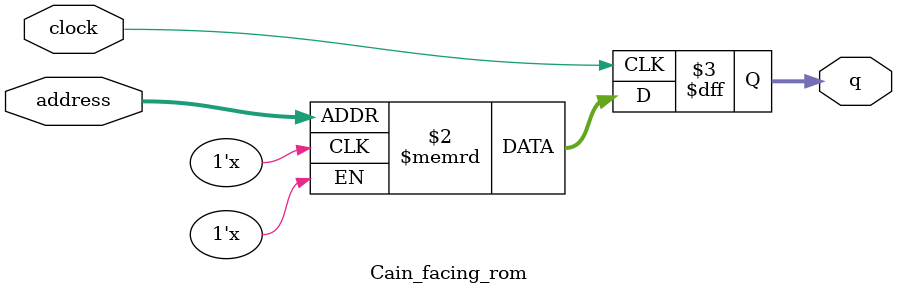
<source format=sv>
module Cain_facing_rom (
	input logic clock,
	input logic [7:0] address,
	output logic [1:0] q
);

logic [1:0] memory [0:255] /* synthesis ram_init_file = "./Cain_facing/Cain_facing.mif" */;

always_ff @ (posedge clock) begin
	q <= memory[address];
end

endmodule

</source>
